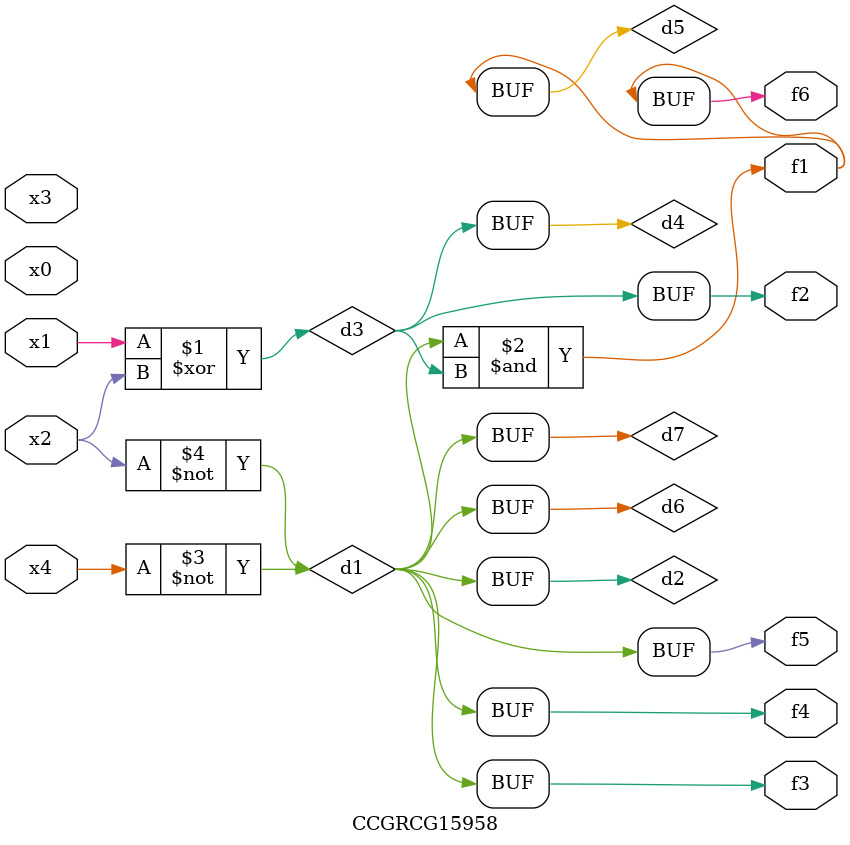
<source format=v>
module CCGRCG15958(
	input x0, x1, x2, x3, x4,
	output f1, f2, f3, f4, f5, f6
);

	wire d1, d2, d3, d4, d5, d6, d7;

	not (d1, x4);
	not (d2, x2);
	xor (d3, x1, x2);
	buf (d4, d3);
	and (d5, d1, d3);
	buf (d6, d1, d2);
	buf (d7, d2);
	assign f1 = d5;
	assign f2 = d4;
	assign f3 = d7;
	assign f4 = d7;
	assign f5 = d7;
	assign f6 = d5;
endmodule

</source>
